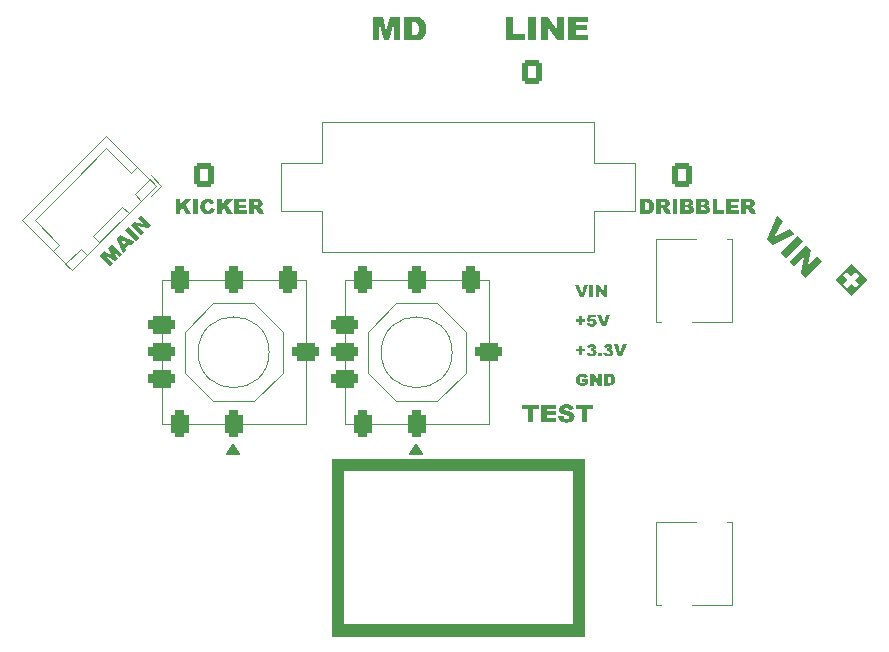
<source format=gbr>
%TF.GenerationSoftware,KiCad,Pcbnew,8.0.3*%
%TF.CreationDate,2024-11-12T17:49:29+09:00*%
%TF.ProjectId,Power-20240325,506f7765-722d-4323-9032-34303332352e,rev?*%
%TF.SameCoordinates,Original*%
%TF.FileFunction,Legend,Top*%
%TF.FilePolarity,Positive*%
%FSLAX46Y46*%
G04 Gerber Fmt 4.6, Leading zero omitted, Abs format (unit mm)*
G04 Created by KiCad (PCBNEW 8.0.3) date 2024-11-12 17:49:29*
%MOMM*%
%LPD*%
G01*
G04 APERTURE LIST*
G04 Aperture macros list*
%AMRoundRect*
0 Rectangle with rounded corners*
0 $1 Rounding radius*
0 $2 $3 $4 $5 $6 $7 $8 $9 X,Y pos of 4 corners*
0 Add a 4 corners polygon primitive as box body*
4,1,4,$2,$3,$4,$5,$6,$7,$8,$9,$2,$3,0*
0 Add four circle primitives for the rounded corners*
1,1,$1+$1,$2,$3*
1,1,$1+$1,$4,$5*
1,1,$1+$1,$6,$7*
1,1,$1+$1,$8,$9*
0 Add four rect primitives between the rounded corners*
20,1,$1+$1,$2,$3,$4,$5,0*
20,1,$1+$1,$4,$5,$6,$7,0*
20,1,$1+$1,$6,$7,$8,$9,0*
20,1,$1+$1,$8,$9,$2,$3,0*%
%AMHorizOval*
0 Thick line with rounded ends*
0 $1 width*
0 $2 $3 position (X,Y) of the first rounded end (center of the circle)*
0 $4 $5 position (X,Y) of the second rounded end (center of the circle)*
0 Add line between two ends*
20,1,$1,$2,$3,$4,$5,0*
0 Add two circle primitives to create the rounded ends*
1,1,$1,$2,$3*
1,1,$1,$4,$5*%
G04 Aperture macros list end*
%ADD10C,0.150000*%
%ADD11C,0.250000*%
%ADD12C,0.120000*%
%ADD13C,0.775000*%
%ADD14C,1.825000*%
%ADD15C,3.200000*%
%ADD16C,4.000000*%
%ADD17RoundRect,0.381000X-0.381000X0.762000X-0.381000X-0.762000X0.381000X-0.762000X0.381000X0.762000X0*%
%ADD18RoundRect,0.381000X0.762000X0.381000X-0.762000X0.381000X-0.762000X-0.381000X0.762000X-0.381000X0*%
%ADD19C,2.300000*%
%ADD20C,1.500000*%
%ADD21C,2.600000*%
%ADD22RoundRect,0.250000X-0.088388X0.936916X-0.936916X0.088388X0.088388X-0.936916X0.936916X-0.088388X0*%
%ADD23HorizOval,1.700000X-0.088388X0.088388X0.088388X-0.088388X0*%
%ADD24R,2.000000X2.000000*%
%ADD25C,2.000000*%
%ADD26C,3.400000*%
%ADD27RoundRect,0.250000X-0.600000X-0.750000X0.600000X-0.750000X0.600000X0.750000X-0.600000X0.750000X0*%
%ADD28O,1.700000X2.000000*%
G04 APERTURE END LIST*
D10*
X-18556351Y-42326514D02*
X-19556350Y-42326515D01*
X-19056350Y-41576515D01*
X-18556351Y-42326514D01*
G36*
X-18556351Y-42326514D02*
G01*
X-19556350Y-42326515D01*
X-19056350Y-41576515D01*
X-18556351Y-42326514D01*
G37*
X-3056350Y-42326516D02*
X-4056350Y-42326516D01*
X-3556350Y-41576515D01*
X-3056350Y-42326516D01*
G36*
X-3056350Y-42326516D02*
G01*
X-4056350Y-42326516D01*
X-3556350Y-41576515D01*
X-3056350Y-42326516D01*
G37*
D11*
G36*
X9923418Y-28064582D02*
G01*
X10248994Y-28064582D01*
X10475651Y-28784610D01*
X10698889Y-28064582D01*
X11014939Y-28064582D01*
X10641248Y-29065001D01*
X10303948Y-29065001D01*
X9923418Y-28064582D01*
G37*
G36*
X11123871Y-28064582D02*
G01*
X11435525Y-28064582D01*
X11435525Y-29065001D01*
X11123871Y-29065001D01*
X11123871Y-28064582D01*
G37*
G36*
X11657542Y-28064582D02*
G01*
X11948191Y-28064582D01*
X12327500Y-28628294D01*
X12327500Y-28064582D01*
X12620592Y-28064582D01*
X12620592Y-29065001D01*
X12327500Y-29065001D01*
X11950145Y-28504219D01*
X11950145Y-29065001D01*
X11657542Y-29065001D01*
X11657542Y-28064582D01*
G37*
D10*
G36*
X-23908147Y-20768226D02*
G01*
X-23519190Y-20768226D01*
X-23519190Y-21240836D01*
X-23111304Y-20768226D01*
X-22594425Y-20768226D01*
X-23052991Y-21239920D01*
X-22573970Y-22018750D01*
X-23052991Y-22018750D01*
X-23318300Y-21504313D01*
X-23519190Y-21713446D01*
X-23519190Y-22018750D01*
X-23908147Y-22018750D01*
X-23908147Y-20768226D01*
G37*
G36*
X-22437499Y-20768226D02*
G01*
X-22047932Y-20768226D01*
X-22047932Y-22018750D01*
X-22437499Y-22018750D01*
X-22437499Y-20768226D01*
G37*
G36*
X-20934795Y-21510724D02*
G01*
X-20594076Y-21609337D01*
X-20610936Y-21669212D01*
X-20634854Y-21732167D01*
X-20663734Y-21789283D01*
X-20697575Y-21840559D01*
X-20702154Y-21846558D01*
X-20746539Y-21896297D01*
X-20796575Y-21938693D01*
X-20852262Y-21973748D01*
X-20885641Y-21990051D01*
X-20944031Y-22011155D01*
X-21009900Y-22026229D01*
X-21073671Y-22034473D01*
X-21143170Y-22038100D01*
X-21164078Y-22038289D01*
X-21226358Y-22036850D01*
X-21296254Y-22031326D01*
X-21360868Y-22021659D01*
X-21429578Y-22005144D01*
X-21491099Y-21982991D01*
X-21499301Y-21979365D01*
X-21554508Y-21949172D01*
X-21606325Y-21910418D01*
X-21654752Y-21863103D01*
X-21693564Y-21815733D01*
X-21724005Y-21771454D01*
X-21756065Y-21712664D01*
X-21781493Y-21648035D01*
X-21800287Y-21577567D01*
X-21810881Y-21514383D01*
X-21816870Y-21447145D01*
X-21818344Y-21390435D01*
X-21815749Y-21315354D01*
X-21807963Y-21244748D01*
X-21794988Y-21178616D01*
X-21776822Y-21116959D01*
X-21753467Y-21059777D01*
X-21716973Y-20994591D01*
X-21672370Y-20936397D01*
X-21652259Y-20915077D01*
X-21596988Y-20867142D01*
X-21534979Y-20827332D01*
X-21466232Y-20795646D01*
X-21406383Y-20776148D01*
X-21342222Y-20761848D01*
X-21273748Y-20752749D01*
X-21200961Y-20748849D01*
X-21182091Y-20748687D01*
X-21110258Y-20751042D01*
X-21043405Y-20758108D01*
X-20981530Y-20769885D01*
X-20913853Y-20790235D01*
X-20853345Y-20817369D01*
X-20808400Y-20845163D01*
X-20759795Y-20884980D01*
X-20716107Y-20932074D01*
X-20677335Y-20986445D01*
X-20643478Y-21048094D01*
X-20619020Y-21105027D01*
X-20605983Y-21141612D01*
X-20949450Y-21217633D01*
X-20971486Y-21160600D01*
X-20987307Y-21133980D01*
X-21031266Y-21088622D01*
X-21067297Y-21065897D01*
X-21127112Y-21045759D01*
X-21172627Y-21041778D01*
X-21234870Y-21048285D01*
X-21295680Y-21071160D01*
X-21346733Y-21110506D01*
X-21375348Y-21145887D01*
X-21403362Y-21202779D01*
X-21419704Y-21268717D01*
X-21426603Y-21329652D01*
X-21428471Y-21388603D01*
X-21426239Y-21460792D01*
X-21419541Y-21523943D01*
X-21406084Y-21586197D01*
X-21379851Y-21648163D01*
X-21364968Y-21669177D01*
X-21315213Y-21712458D01*
X-21253264Y-21737774D01*
X-21186365Y-21745198D01*
X-21121864Y-21739354D01*
X-21063241Y-21719427D01*
X-21017532Y-21685358D01*
X-20979136Y-21632607D01*
X-20953895Y-21576973D01*
X-20936429Y-21517827D01*
X-20934795Y-21510724D01*
G37*
G36*
X-20410589Y-20768226D02*
G01*
X-20021632Y-20768226D01*
X-20021632Y-21240836D01*
X-19613747Y-20768226D01*
X-19096868Y-20768226D01*
X-19555434Y-21239920D01*
X-19076412Y-22018750D01*
X-19555434Y-22018750D01*
X-19820743Y-21504313D01*
X-20021632Y-21713446D01*
X-20021632Y-22018750D01*
X-20410589Y-22018750D01*
X-20410589Y-20768226D01*
G37*
G36*
X-18956428Y-20768226D02*
G01*
X-17914122Y-20768226D01*
X-17914122Y-21061318D01*
X-18566556Y-21061318D01*
X-18566556Y-21237172D01*
X-17961139Y-21237172D01*
X-17961139Y-21491185D01*
X-18566556Y-21491185D01*
X-18566556Y-21725658D01*
X-17895193Y-21725658D01*
X-17895193Y-22018750D01*
X-18956428Y-22018750D01*
X-18956428Y-20768226D01*
G37*
G36*
X-16974759Y-20769310D02*
G01*
X-16906882Y-20773315D01*
X-16839291Y-20781506D01*
X-16775978Y-20795328D01*
X-16763738Y-20799062D01*
X-16702616Y-20826293D01*
X-16650224Y-20866006D01*
X-16610170Y-20912940D01*
X-16579258Y-20968390D01*
X-16559795Y-21030935D01*
X-16552067Y-21093293D01*
X-16551552Y-21115356D01*
X-16555935Y-21177621D01*
X-16570880Y-21239639D01*
X-16596432Y-21294875D01*
X-16634585Y-21347439D01*
X-16682184Y-21392019D01*
X-16719164Y-21417301D01*
X-16778164Y-21444626D01*
X-16839702Y-21463006D01*
X-16855634Y-21466761D01*
X-16795490Y-21490193D01*
X-16754274Y-21513472D01*
X-16711398Y-21557207D01*
X-16692297Y-21580639D01*
X-16654870Y-21630656D01*
X-16637648Y-21659407D01*
X-16449581Y-22018750D01*
X-16889218Y-22018750D01*
X-17096824Y-21636204D01*
X-17129858Y-21581223D01*
X-17167349Y-21539728D01*
X-17224307Y-21514803D01*
X-17262604Y-21510724D01*
X-17297103Y-21510724D01*
X-17297103Y-22018750D01*
X-17687587Y-22018750D01*
X-17687587Y-21276251D01*
X-17297103Y-21276251D01*
X-17133155Y-21276251D01*
X-17068984Y-21267419D01*
X-17029963Y-21259154D01*
X-16974748Y-21229321D01*
X-16966765Y-21220075D01*
X-16943199Y-21162433D01*
X-16942341Y-21147413D01*
X-16956010Y-21085531D01*
X-16981114Y-21054601D01*
X-17041201Y-21029350D01*
X-17106753Y-21022523D01*
X-17126133Y-21022239D01*
X-17297103Y-21022239D01*
X-17297103Y-21276251D01*
X-17687587Y-21276251D01*
X-17687587Y-20768226D01*
X-17039427Y-20768226D01*
X-16974759Y-20769310D01*
G37*
G36*
X16067983Y-20769847D02*
G01*
X16134163Y-20775835D01*
X16202140Y-20788080D01*
X16261951Y-20806088D01*
X16282275Y-20814327D01*
X16338625Y-20843422D01*
X16389179Y-20878845D01*
X16433937Y-20920595D01*
X16456298Y-20946523D01*
X16491943Y-20997198D01*
X16521599Y-21052365D01*
X16545266Y-21112023D01*
X16555827Y-21147108D01*
X16570733Y-21212423D01*
X16580760Y-21279911D01*
X16585578Y-21341726D01*
X16586662Y-21389214D01*
X16585042Y-21461266D01*
X16580180Y-21526987D01*
X16570410Y-21595656D01*
X16556229Y-21655707D01*
X16540562Y-21700318D01*
X16511976Y-21759512D01*
X16477739Y-21813104D01*
X16437852Y-21861092D01*
X16413250Y-21885332D01*
X16361110Y-21927031D01*
X16306585Y-21959010D01*
X16249674Y-21981270D01*
X16238006Y-21984556D01*
X16175552Y-21999515D01*
X16108895Y-22011236D01*
X16046055Y-22017547D01*
X16006280Y-22018750D01*
X15428341Y-22018750D01*
X15428341Y-21725658D01*
X15817297Y-21725658D01*
X15912552Y-21725658D01*
X15975519Y-21723605D01*
X16037393Y-21715521D01*
X16085965Y-21699707D01*
X16134410Y-21660867D01*
X16166565Y-21608422D01*
X16184425Y-21548086D01*
X16193012Y-21480490D01*
X16195759Y-21415078D01*
X16195874Y-21397151D01*
X16193577Y-21328973D01*
X16185091Y-21260285D01*
X16167736Y-21196095D01*
X16138451Y-21142128D01*
X16130539Y-21132759D01*
X16081488Y-21095085D01*
X16022964Y-21073108D01*
X15959509Y-21063062D01*
X15914384Y-21061318D01*
X15817297Y-21061318D01*
X15817297Y-21725658D01*
X15428341Y-21725658D01*
X15428341Y-20768226D01*
X16006280Y-20768226D01*
X16067983Y-20769847D01*
G37*
G36*
X17501601Y-20769310D02*
G01*
X17569478Y-20773315D01*
X17637069Y-20781506D01*
X17700382Y-20795328D01*
X17712622Y-20799062D01*
X17773744Y-20826293D01*
X17826136Y-20866006D01*
X17866190Y-20912940D01*
X17897102Y-20968390D01*
X17916565Y-21030935D01*
X17924293Y-21093293D01*
X17924808Y-21115356D01*
X17920425Y-21177621D01*
X17905480Y-21239639D01*
X17879928Y-21294875D01*
X17841775Y-21347439D01*
X17794176Y-21392019D01*
X17757196Y-21417301D01*
X17698196Y-21444626D01*
X17636658Y-21463006D01*
X17620726Y-21466761D01*
X17680870Y-21490193D01*
X17722086Y-21513472D01*
X17764962Y-21557207D01*
X17784063Y-21580639D01*
X17821490Y-21630656D01*
X17838712Y-21659407D01*
X18026779Y-22018750D01*
X17587142Y-22018750D01*
X17379536Y-21636204D01*
X17346502Y-21581223D01*
X17309011Y-21539728D01*
X17252052Y-21514803D01*
X17213756Y-21510724D01*
X17179257Y-21510724D01*
X17179257Y-22018750D01*
X16788773Y-22018750D01*
X16788773Y-21276251D01*
X17179257Y-21276251D01*
X17343205Y-21276251D01*
X17407376Y-21267419D01*
X17446397Y-21259154D01*
X17501612Y-21229321D01*
X17509595Y-21220075D01*
X17533161Y-21162433D01*
X17534019Y-21147413D01*
X17520350Y-21085531D01*
X17495246Y-21054601D01*
X17435159Y-21029350D01*
X17369607Y-21022523D01*
X17350227Y-21022239D01*
X17179257Y-21022239D01*
X17179257Y-21276251D01*
X16788773Y-21276251D01*
X16788773Y-20768226D01*
X17436933Y-20768226D01*
X17501601Y-20769310D01*
G37*
G36*
X18159586Y-20768226D02*
G01*
X18549154Y-20768226D01*
X18549154Y-22018750D01*
X18159586Y-22018750D01*
X18159586Y-20768226D01*
G37*
G36*
X19618559Y-20771253D02*
G01*
X19687183Y-20782435D01*
X19747713Y-20801857D01*
X19806981Y-20834143D01*
X19832650Y-20854322D01*
X19875259Y-20899926D01*
X19908642Y-20957344D01*
X19926618Y-21021235D01*
X19930042Y-21067424D01*
X19923244Y-21131066D01*
X19902851Y-21188806D01*
X19868862Y-21240642D01*
X19860433Y-21250300D01*
X19811646Y-21290614D01*
X19756806Y-21318749D01*
X19724878Y-21330595D01*
X19788305Y-21350383D01*
X19848894Y-21379806D01*
X19898085Y-21416811D01*
X19924546Y-21445695D01*
X19958356Y-21500757D01*
X19979644Y-21564048D01*
X19988097Y-21628045D01*
X19988660Y-21650859D01*
X19983285Y-21717534D01*
X19967159Y-21779446D01*
X19943170Y-21831598D01*
X19907927Y-21882833D01*
X19864747Y-21926130D01*
X19818606Y-21958605D01*
X19761809Y-21982527D01*
X19700529Y-21996544D01*
X19670839Y-22001042D01*
X19603973Y-22009602D01*
X19541204Y-22016259D01*
X19496511Y-22018750D01*
X18825148Y-22018750D01*
X18825148Y-21725658D01*
X19217463Y-21725658D01*
X19415911Y-21725658D01*
X19477968Y-21721473D01*
X19536705Y-21704042D01*
X19557571Y-21690243D01*
X19591985Y-21639322D01*
X19598787Y-21594683D01*
X19582807Y-21533813D01*
X19557877Y-21505534D01*
X19501853Y-21480118D01*
X19439600Y-21472175D01*
X19414995Y-21471646D01*
X19217463Y-21471646D01*
X19217463Y-21725658D01*
X18825148Y-21725658D01*
X18825148Y-21237172D01*
X19217463Y-21237172D01*
X19386601Y-21237172D01*
X19451403Y-21232537D01*
X19511016Y-21210813D01*
X19513302Y-21209084D01*
X19546197Y-21155336D01*
X19549023Y-21127263D01*
X19530570Y-21067364D01*
X19513302Y-21050021D01*
X19456502Y-21027556D01*
X19394812Y-21022266D01*
X19389349Y-21022239D01*
X19217463Y-21022239D01*
X19217463Y-21237172D01*
X18825148Y-21237172D01*
X18825148Y-20768226D01*
X19553297Y-20768226D01*
X19618559Y-20771253D01*
G37*
G36*
X20978992Y-20771253D02*
G01*
X21047616Y-20782435D01*
X21108146Y-20801857D01*
X21167413Y-20834143D01*
X21193083Y-20854322D01*
X21235691Y-20899926D01*
X21269075Y-20957344D01*
X21287050Y-21021235D01*
X21290474Y-21067424D01*
X21283677Y-21131066D01*
X21263283Y-21188806D01*
X21229294Y-21240642D01*
X21220865Y-21250300D01*
X21172079Y-21290614D01*
X21117238Y-21318749D01*
X21085310Y-21330595D01*
X21148737Y-21350383D01*
X21209327Y-21379806D01*
X21258518Y-21416811D01*
X21284979Y-21445695D01*
X21318789Y-21500757D01*
X21340077Y-21564048D01*
X21348529Y-21628045D01*
X21349093Y-21650859D01*
X21343717Y-21717534D01*
X21327591Y-21779446D01*
X21303602Y-21831598D01*
X21268360Y-21882833D01*
X21225180Y-21926130D01*
X21179039Y-21958605D01*
X21122241Y-21982527D01*
X21060961Y-21996544D01*
X21031272Y-22001042D01*
X20964406Y-22009602D01*
X20901637Y-22016259D01*
X20856943Y-22018750D01*
X20185581Y-22018750D01*
X20185581Y-21725658D01*
X20577896Y-21725658D01*
X20776343Y-21725658D01*
X20838400Y-21721473D01*
X20897138Y-21704042D01*
X20918004Y-21690243D01*
X20952418Y-21639322D01*
X20959220Y-21594683D01*
X20943239Y-21533813D01*
X20918309Y-21505534D01*
X20862286Y-21480118D01*
X20800033Y-21472175D01*
X20775427Y-21471646D01*
X20577896Y-21471646D01*
X20577896Y-21725658D01*
X20185581Y-21725658D01*
X20185581Y-21237172D01*
X20577896Y-21237172D01*
X20747034Y-21237172D01*
X20811836Y-21232537D01*
X20871449Y-21210813D01*
X20873735Y-21209084D01*
X20906630Y-21155336D01*
X20909456Y-21127263D01*
X20891002Y-21067364D01*
X20873735Y-21050021D01*
X20816934Y-21027556D01*
X20755245Y-21022266D01*
X20749782Y-21022239D01*
X20577896Y-21022239D01*
X20577896Y-21237172D01*
X20185581Y-21237172D01*
X20185581Y-20768226D01*
X20913730Y-20768226D01*
X20978992Y-20771253D01*
G37*
G36*
X21545098Y-20768226D02*
G01*
X21934054Y-20768226D01*
X21934054Y-21706119D01*
X22540998Y-21706119D01*
X22540998Y-22018750D01*
X21545098Y-22018750D01*
X21545098Y-20768226D01*
G37*
G36*
X22710441Y-20768226D02*
G01*
X23752748Y-20768226D01*
X23752748Y-21061318D01*
X23100314Y-21061318D01*
X23100314Y-21237172D01*
X23705731Y-21237172D01*
X23705731Y-21491185D01*
X23100314Y-21491185D01*
X23100314Y-21725658D01*
X23771676Y-21725658D01*
X23771676Y-22018750D01*
X22710441Y-22018750D01*
X22710441Y-20768226D01*
G37*
G36*
X24692111Y-20769310D02*
G01*
X24759987Y-20773315D01*
X24827579Y-20781506D01*
X24890892Y-20795328D01*
X24903131Y-20799062D01*
X24964254Y-20826293D01*
X25016646Y-20866006D01*
X25056699Y-20912940D01*
X25087611Y-20968390D01*
X25107074Y-21030935D01*
X25114802Y-21093293D01*
X25115317Y-21115356D01*
X25110935Y-21177621D01*
X25095989Y-21239639D01*
X25070438Y-21294875D01*
X25032284Y-21347439D01*
X24984686Y-21392019D01*
X24947706Y-21417301D01*
X24888706Y-21444626D01*
X24827168Y-21463006D01*
X24811235Y-21466761D01*
X24871380Y-21490193D01*
X24912596Y-21513472D01*
X24955472Y-21557207D01*
X24974572Y-21580639D01*
X25012000Y-21630656D01*
X25029222Y-21659407D01*
X25217289Y-22018750D01*
X24777652Y-22018750D01*
X24570045Y-21636204D01*
X24537012Y-21581223D01*
X24499520Y-21539728D01*
X24442562Y-21514803D01*
X24404265Y-21510724D01*
X24369766Y-21510724D01*
X24369766Y-22018750D01*
X23979283Y-22018750D01*
X23979283Y-21276251D01*
X24369766Y-21276251D01*
X24533714Y-21276251D01*
X24597886Y-21267419D01*
X24636907Y-21259154D01*
X24692122Y-21229321D01*
X24700105Y-21220075D01*
X24723670Y-21162433D01*
X24724529Y-21147413D01*
X24710860Y-21085531D01*
X24685755Y-21054601D01*
X24625668Y-21029350D01*
X24560116Y-21022523D01*
X24540736Y-21022239D01*
X24369766Y-21022239D01*
X24369766Y-21276251D01*
X23979283Y-21276251D01*
X23979283Y-20768226D01*
X24627442Y-20768226D01*
X24692111Y-20769310D01*
G37*
D11*
G36*
X5437794Y-38171872D02*
G01*
X6856722Y-38171872D01*
X6856722Y-38523582D01*
X6380815Y-38523582D01*
X6380815Y-39672501D01*
X5914067Y-39672501D01*
X5914067Y-38523582D01*
X5437794Y-38523582D01*
X5437794Y-38171872D01*
G37*
G36*
X7058223Y-38171872D02*
G01*
X8308990Y-38171872D01*
X8308990Y-38523582D01*
X7526070Y-38523582D01*
X7526070Y-38734608D01*
X8252570Y-38734608D01*
X8252570Y-39039423D01*
X7526070Y-39039423D01*
X7526070Y-39320791D01*
X8331705Y-39320791D01*
X8331705Y-39672501D01*
X7058223Y-39672501D01*
X7058223Y-38171872D01*
G37*
G36*
X8493272Y-39162155D02*
G01*
X8937305Y-39133212D01*
X8952246Y-39209822D01*
X8980356Y-39280318D01*
X8995923Y-39304304D01*
X9052859Y-39358328D01*
X9124427Y-39389926D01*
X9202186Y-39399193D01*
X9275832Y-39391574D01*
X9345556Y-39361280D01*
X9356059Y-39353031D01*
X9401333Y-39292918D01*
X9410281Y-39245686D01*
X9388034Y-39175076D01*
X9358624Y-39142371D01*
X9294457Y-39106009D01*
X9223682Y-39081827D01*
X9142669Y-39061013D01*
X9119755Y-39055909D01*
X9045749Y-39038255D01*
X8960970Y-39014191D01*
X8884778Y-38987909D01*
X8817172Y-38959408D01*
X8747380Y-38922279D01*
X8681583Y-38874925D01*
X8630192Y-38822417D01*
X8586915Y-38755109D01*
X8560124Y-38680016D01*
X8549820Y-38597138D01*
X8549692Y-38586230D01*
X8557657Y-38508405D01*
X8581554Y-38433610D01*
X8617103Y-38368244D01*
X8665889Y-38308423D01*
X8727985Y-38257190D01*
X8795251Y-38218421D01*
X8820069Y-38207043D01*
X8894120Y-38181398D01*
X8969208Y-38164969D01*
X9053903Y-38154150D01*
X9134146Y-38149341D01*
X9191562Y-38148425D01*
X9278751Y-38151019D01*
X9359195Y-38158801D01*
X9432895Y-38171770D01*
X9512434Y-38194181D01*
X9582260Y-38224063D01*
X9633031Y-38254671D01*
X9693658Y-38307149D01*
X9742505Y-38371618D01*
X9779571Y-38448079D01*
X9801965Y-38523161D01*
X9814015Y-38592459D01*
X9374011Y-38617371D01*
X9353374Y-38546423D01*
X9310544Y-38483340D01*
X9300372Y-38474489D01*
X9233602Y-38440967D01*
X9157597Y-38429967D01*
X9145400Y-38429793D01*
X9070254Y-38439409D01*
X9022668Y-38463865D01*
X8983599Y-38526047D01*
X8981635Y-38546663D01*
X9015707Y-38610777D01*
X9086764Y-38644161D01*
X9164516Y-38663781D01*
X9172145Y-38665365D01*
X9245910Y-38681611D01*
X9330485Y-38702015D01*
X9406581Y-38722527D01*
X9486703Y-38747282D01*
X9564746Y-38776358D01*
X9610316Y-38797256D01*
X9679179Y-38837313D01*
X9742234Y-38887803D01*
X9791121Y-38944589D01*
X9803024Y-38962853D01*
X9837440Y-39033630D01*
X9857571Y-39109948D01*
X9863474Y-39184137D01*
X9857098Y-39263181D01*
X9837972Y-39338748D01*
X9806094Y-39410838D01*
X9782874Y-39449385D01*
X9732671Y-39512960D01*
X9672325Y-39567262D01*
X9610169Y-39607746D01*
X9558293Y-39633300D01*
X9481585Y-39660708D01*
X9406727Y-39678267D01*
X9324647Y-39689830D01*
X9248543Y-39694969D01*
X9194859Y-39695948D01*
X9102209Y-39693595D01*
X9016966Y-39686537D01*
X8939131Y-39674773D01*
X8852254Y-39653451D01*
X8776951Y-39624777D01*
X8701865Y-39580663D01*
X8661066Y-39545372D01*
X8609959Y-39485909D01*
X8567918Y-39420728D01*
X8534946Y-39349828D01*
X8511040Y-39273209D01*
X8496203Y-39190872D01*
X8493272Y-39162155D01*
G37*
G36*
X9983641Y-38171872D02*
G01*
X11402570Y-38171872D01*
X11402570Y-38523582D01*
X10926663Y-38523582D01*
X10926663Y-39672501D01*
X10459915Y-39672501D01*
X10459915Y-38523582D01*
X9983641Y-38523582D01*
X9983641Y-38171872D01*
G37*
G36*
X10529384Y-36236738D02*
G01*
X10529384Y-36002265D01*
X11010054Y-36002265D01*
X11010054Y-36408197D01*
X10967705Y-36437928D01*
X10918933Y-36469481D01*
X10872393Y-36496535D01*
X10828086Y-36519089D01*
X10779216Y-36539716D01*
X10765811Y-36544484D01*
X10717531Y-36558569D01*
X10665440Y-36569195D01*
X10609539Y-36576361D01*
X10558592Y-36579750D01*
X10513997Y-36580632D01*
X10459590Y-36579153D01*
X10408415Y-36574717D01*
X10351270Y-36565489D01*
X10298780Y-36552002D01*
X10250944Y-36534256D01*
X10221638Y-36520060D01*
X10174690Y-36490731D01*
X10132580Y-36455746D01*
X10095309Y-36415104D01*
X10062877Y-36368805D01*
X10046516Y-36339809D01*
X10025433Y-36293601D01*
X10008712Y-36244920D01*
X9996353Y-36193767D01*
X9988356Y-36140140D01*
X9984721Y-36084041D01*
X9984479Y-36064791D01*
X9986136Y-36014773D01*
X9992502Y-35957505D01*
X10003642Y-35903243D01*
X10019556Y-35851987D01*
X10040244Y-35803735D01*
X10052378Y-35780737D01*
X10080147Y-35737451D01*
X10112347Y-35698270D01*
X10148978Y-35663194D01*
X10190039Y-35632222D01*
X10235532Y-35605354D01*
X10251680Y-35597310D01*
X10299842Y-35578467D01*
X10354783Y-35564252D01*
X10407271Y-35555751D01*
X10464738Y-35550650D01*
X10516432Y-35548997D01*
X10527186Y-35548950D01*
X10577266Y-35549714D01*
X10631945Y-35552644D01*
X10680718Y-35557774D01*
X10730152Y-35566536D01*
X10776802Y-35580213D01*
X10825785Y-35602987D01*
X10869233Y-35632535D01*
X10907148Y-35668856D01*
X10914067Y-35676934D01*
X10942697Y-35716535D01*
X10967038Y-35761701D01*
X10987090Y-35812431D01*
X10996377Y-35843019D01*
X10696202Y-35892844D01*
X10673111Y-35848630D01*
X10635941Y-35813535D01*
X10633188Y-35811756D01*
X10586376Y-35791419D01*
X10537124Y-35783866D01*
X10520347Y-35783423D01*
X10466067Y-35788698D01*
X10418355Y-35804521D01*
X10377212Y-35830893D01*
X10357193Y-35850102D01*
X10327795Y-35893752D01*
X10309740Y-35942868D01*
X10300178Y-35993808D01*
X10296614Y-36043387D01*
X10296377Y-36061128D01*
X10298541Y-36115647D01*
X10306535Y-36171439D01*
X10320419Y-36218817D01*
X10343500Y-36262658D01*
X10357926Y-36280458D01*
X10396373Y-36312218D01*
X10442470Y-36333583D01*
X10496218Y-36344555D01*
X10529384Y-36346159D01*
X10580248Y-36343594D01*
X10628791Y-36335901D01*
X10676394Y-36323117D01*
X10726148Y-36305473D01*
X10737479Y-36300974D01*
X10737479Y-36236738D01*
X10529384Y-36236738D01*
G37*
G36*
X11190550Y-35564582D02*
G01*
X11481199Y-35564582D01*
X11860508Y-36128294D01*
X11860508Y-35564582D01*
X12153599Y-35564582D01*
X12153599Y-36565001D01*
X11860508Y-36565001D01*
X11483153Y-36004219D01*
X11483153Y-36565001D01*
X11190550Y-36565001D01*
X11190550Y-35564582D01*
G37*
G36*
X12869988Y-35565878D02*
G01*
X12922932Y-35570669D01*
X12977315Y-35580465D01*
X13025163Y-35594871D01*
X13041422Y-35601462D01*
X13086502Y-35624739D01*
X13126945Y-35653077D01*
X13162752Y-35686477D01*
X13180641Y-35707220D01*
X13209157Y-35747759D01*
X13232882Y-35791893D01*
X13251815Y-35839620D01*
X13260264Y-35867687D01*
X13272188Y-35919939D01*
X13280210Y-35973930D01*
X13284065Y-36023381D01*
X13284932Y-36061372D01*
X13283636Y-36119014D01*
X13279746Y-36171590D01*
X13271930Y-36226526D01*
X13260585Y-36274566D01*
X13248052Y-36310255D01*
X13225183Y-36357611D01*
X13197794Y-36400484D01*
X13165884Y-36438875D01*
X13146202Y-36458266D01*
X13104490Y-36491626D01*
X13060870Y-36517209D01*
X13015342Y-36535017D01*
X13006007Y-36537645D01*
X12956044Y-36549613D01*
X12902719Y-36558990D01*
X12852446Y-36564039D01*
X12820627Y-36565001D01*
X12358275Y-36565001D01*
X12358275Y-36330527D01*
X12669440Y-36330527D01*
X12745644Y-36330527D01*
X12796018Y-36328885D01*
X12845516Y-36322418D01*
X12884374Y-36309767D01*
X12923130Y-36278695D01*
X12948854Y-36236738D01*
X12963142Y-36188470D01*
X12970012Y-36134393D01*
X12972210Y-36082064D01*
X12972301Y-36067722D01*
X12970464Y-36013180D01*
X12963675Y-35958229D01*
X12949791Y-35906877D01*
X12926363Y-35863703D01*
X12920033Y-35856208D01*
X12880792Y-35826069D01*
X12833974Y-35808487D01*
X12783209Y-35800450D01*
X12747109Y-35799055D01*
X12669440Y-35799055D01*
X12669440Y-36330527D01*
X12358275Y-36330527D01*
X12358275Y-35564582D01*
X12820627Y-35564582D01*
X12869988Y-35565878D01*
G37*
G36*
X10007193Y-33455370D02*
G01*
X10270243Y-33455370D01*
X10270243Y-33189634D01*
X10492259Y-33189634D01*
X10492259Y-33455370D01*
X10756774Y-33455370D01*
X10756774Y-33674212D01*
X10492259Y-33674212D01*
X10492259Y-33939948D01*
X10270243Y-33939948D01*
X10270243Y-33674212D01*
X10007193Y-33674212D01*
X10007193Y-33455370D01*
G37*
G36*
X11173209Y-33361581D02*
G01*
X10908694Y-33317617D01*
X10923196Y-33270946D01*
X10945521Y-33221922D01*
X10973666Y-33178742D01*
X11007631Y-33141406D01*
X11035456Y-33118315D01*
X11080217Y-33091287D01*
X11132434Y-33070898D01*
X11183127Y-33058705D01*
X11239298Y-33051389D01*
X11290292Y-33049018D01*
X11300948Y-33048950D01*
X11359947Y-33050691D01*
X11413605Y-33055915D01*
X11461919Y-33064621D01*
X11512843Y-33079665D01*
X11562532Y-33103554D01*
X11586223Y-33120269D01*
X11624691Y-33158112D01*
X11652169Y-33200564D01*
X11668655Y-33247627D01*
X11674151Y-33299299D01*
X11668225Y-33348564D01*
X11648590Y-33397290D01*
X11638247Y-33413605D01*
X11603267Y-33453183D01*
X11564287Y-33483397D01*
X11530536Y-33503486D01*
X11579197Y-33518245D01*
X11619684Y-33537436D01*
X11659241Y-33568578D01*
X11690290Y-33607293D01*
X11697598Y-33619746D01*
X11716632Y-33667985D01*
X11724762Y-33719559D01*
X11725442Y-33741134D01*
X11721790Y-33790446D01*
X11710836Y-33838636D01*
X11692578Y-33885706D01*
X11679280Y-33911372D01*
X11650244Y-33954166D01*
X11614794Y-33991047D01*
X11572930Y-34022017D01*
X11546900Y-34036668D01*
X11500265Y-34055902D01*
X11446822Y-34069641D01*
X11394474Y-34077154D01*
X11345455Y-34080246D01*
X11319510Y-34080632D01*
X11270071Y-34079507D01*
X11217536Y-34075351D01*
X11164280Y-34066853D01*
X11113015Y-34052511D01*
X11102867Y-34048636D01*
X11055998Y-34025600D01*
X11014615Y-33996792D01*
X10978718Y-33962211D01*
X10972197Y-33954603D01*
X10942606Y-33912752D01*
X10917643Y-33864748D01*
X10899132Y-33816283D01*
X10893795Y-33799020D01*
X11173209Y-33768001D01*
X11188058Y-33814861D01*
X11213864Y-33856339D01*
X11224255Y-33865943D01*
X11269421Y-33887864D01*
X11312671Y-33893054D01*
X11361204Y-33884521D01*
X11403862Y-33856608D01*
X11406216Y-33854219D01*
X11433214Y-33811947D01*
X11443499Y-33762326D01*
X11443830Y-33750416D01*
X11437864Y-33701595D01*
X11416154Y-33657584D01*
X11407682Y-33648078D01*
X11365306Y-33620784D01*
X11313821Y-33611721D01*
X11309985Y-33611686D01*
X11259132Y-33617792D01*
X11219370Y-33627317D01*
X11233781Y-33421176D01*
X11270173Y-33424107D01*
X11320548Y-33416597D01*
X11361764Y-33394065D01*
X11392558Y-33354516D01*
X11398645Y-33322991D01*
X11384387Y-33274665D01*
X11371045Y-33260220D01*
X11326201Y-33239328D01*
X11295574Y-33236529D01*
X11245669Y-33245339D01*
X11214974Y-33264372D01*
X11187860Y-33305553D01*
X11174660Y-33353044D01*
X11173209Y-33361581D01*
G37*
G36*
X11862462Y-33783633D02*
G01*
X12161171Y-33783633D01*
X12161171Y-34065001D01*
X11862462Y-34065001D01*
X11862462Y-33783633D01*
G37*
G36*
X12572232Y-33361581D02*
G01*
X12307717Y-33317617D01*
X12322219Y-33270946D01*
X12344544Y-33221922D01*
X12372689Y-33178742D01*
X12406654Y-33141406D01*
X12434479Y-33118315D01*
X12479240Y-33091287D01*
X12531457Y-33070898D01*
X12582150Y-33058705D01*
X12638321Y-33051389D01*
X12689315Y-33049018D01*
X12699971Y-33048950D01*
X12758970Y-33050691D01*
X12812628Y-33055915D01*
X12860942Y-33064621D01*
X12911867Y-33079665D01*
X12961555Y-33103554D01*
X12985246Y-33120269D01*
X13023714Y-33158112D01*
X13051192Y-33200564D01*
X13067678Y-33247627D01*
X13073174Y-33299299D01*
X13067248Y-33348564D01*
X13047613Y-33397290D01*
X13037270Y-33413605D01*
X13002291Y-33453183D01*
X12963310Y-33483397D01*
X12929559Y-33503486D01*
X12978220Y-33518245D01*
X13018708Y-33537436D01*
X13058264Y-33568578D01*
X13089313Y-33607293D01*
X13096621Y-33619746D01*
X13115655Y-33667985D01*
X13123785Y-33719559D01*
X13124465Y-33741134D01*
X13120813Y-33790446D01*
X13109859Y-33838636D01*
X13091601Y-33885706D01*
X13078303Y-33911372D01*
X13049267Y-33954166D01*
X13013817Y-33991047D01*
X12971953Y-34022017D01*
X12945923Y-34036668D01*
X12899288Y-34055902D01*
X12845845Y-34069641D01*
X12793497Y-34077154D01*
X12744478Y-34080246D01*
X12718533Y-34080632D01*
X12669094Y-34079507D01*
X12616559Y-34075351D01*
X12563303Y-34066853D01*
X12512038Y-34052511D01*
X12501890Y-34048636D01*
X12455021Y-34025600D01*
X12413638Y-33996792D01*
X12377741Y-33962211D01*
X12371220Y-33954603D01*
X12341629Y-33912752D01*
X12316666Y-33864748D01*
X12298155Y-33816283D01*
X12292818Y-33799020D01*
X12572232Y-33768001D01*
X12587081Y-33814861D01*
X12612887Y-33856339D01*
X12623278Y-33865943D01*
X12668444Y-33887864D01*
X12711694Y-33893054D01*
X12760227Y-33884521D01*
X12802885Y-33856608D01*
X12805239Y-33854219D01*
X12832237Y-33811947D01*
X12842522Y-33762326D01*
X12842853Y-33750416D01*
X12836887Y-33701595D01*
X12815177Y-33657584D01*
X12806705Y-33648078D01*
X12764329Y-33620784D01*
X12712844Y-33611721D01*
X12709008Y-33611686D01*
X12658155Y-33617792D01*
X12618393Y-33627317D01*
X12632804Y-33421176D01*
X12669196Y-33424107D01*
X12719571Y-33416597D01*
X12760787Y-33394065D01*
X12791581Y-33354516D01*
X12797668Y-33322991D01*
X12783410Y-33274665D01*
X12770068Y-33260220D01*
X12725224Y-33239328D01*
X12694597Y-33236529D01*
X12644692Y-33245339D01*
X12613997Y-33264372D01*
X12586883Y-33305553D01*
X12573683Y-33353044D01*
X12572232Y-33361581D01*
G37*
G36*
X13179664Y-33064582D02*
G01*
X13505239Y-33064582D01*
X13731897Y-33784610D01*
X13955135Y-33064582D01*
X14271185Y-33064582D01*
X13897493Y-34065001D01*
X13560194Y-34065001D01*
X13179664Y-33064582D01*
G37*
D10*
G36*
X-7209908Y-5329162D02*
G01*
X-6391206Y-5329162D01*
X-6075156Y-6541584D01*
X-5760571Y-5329162D01*
X-4944312Y-5329162D01*
X-4944312Y-7330000D01*
X-5452825Y-7330000D01*
X-5452825Y-5794200D01*
X-5847033Y-7330000D01*
X-6307187Y-7330000D01*
X-6700418Y-5794200D01*
X-6700418Y-7330000D01*
X-7209908Y-7330000D01*
X-7209908Y-5329162D01*
G37*
G36*
X-3529608Y-5331755D02*
G01*
X-3423720Y-5341336D01*
X-3314955Y-5360928D01*
X-3219258Y-5389741D01*
X-3186740Y-5402923D01*
X-3096580Y-5449476D01*
X-3015694Y-5506152D01*
X-2944081Y-5572952D01*
X-2908303Y-5614438D01*
X-2851271Y-5695517D01*
X-2803821Y-5783784D01*
X-2765954Y-5879238D01*
X-2749057Y-5935373D01*
X-2725208Y-6039877D01*
X-2709163Y-6147858D01*
X-2701454Y-6246761D01*
X-2699720Y-6322742D01*
X-2702313Y-6438027D01*
X-2710093Y-6543179D01*
X-2725724Y-6653050D01*
X-2748414Y-6749131D01*
X-2773481Y-6820509D01*
X-2819218Y-6915220D01*
X-2873997Y-7000966D01*
X-2937817Y-7077748D01*
X-2977180Y-7116531D01*
X-3060604Y-7183250D01*
X-3147844Y-7234417D01*
X-3238901Y-7270032D01*
X-3257571Y-7275289D01*
X-3357496Y-7299225D01*
X-3464147Y-7317978D01*
X-3564693Y-7328076D01*
X-3628331Y-7330000D01*
X-4553035Y-7330000D01*
X-4553035Y-6861053D01*
X-3930704Y-6861053D01*
X-3778296Y-6861053D01*
X-3677549Y-6857769D01*
X-3578551Y-6844834D01*
X-3500836Y-6819532D01*
X-3423325Y-6757388D01*
X-3371876Y-6673475D01*
X-3343300Y-6576938D01*
X-3329561Y-6468784D01*
X-3325165Y-6364126D01*
X-3324982Y-6335443D01*
X-3328657Y-6226358D01*
X-3342234Y-6116456D01*
X-3370001Y-6013752D01*
X-3416859Y-5927404D01*
X-3429518Y-5912414D01*
X-3508000Y-5852136D01*
X-3601637Y-5816973D01*
X-3703166Y-5800899D01*
X-3775365Y-5798108D01*
X-3930704Y-5798108D01*
X-3930704Y-6861053D01*
X-4553035Y-6861053D01*
X-4553035Y-5329162D01*
X-3628331Y-5329162D01*
X-3529608Y-5331755D01*
G37*
G36*
X4053244Y-5329162D02*
G01*
X4675575Y-5329162D01*
X4675575Y-6829790D01*
X5646685Y-6829790D01*
X5646685Y-7330000D01*
X4053244Y-7330000D01*
X4053244Y-5329162D01*
G37*
G36*
X5944173Y-5329162D02*
G01*
X6567480Y-5329162D01*
X6567480Y-7330000D01*
X5944173Y-7330000D01*
X5944173Y-5329162D01*
G37*
G36*
X7011514Y-5329162D02*
G01*
X7592812Y-5329162D01*
X8351430Y-6456587D01*
X8351430Y-5329162D01*
X8937613Y-5329162D01*
X8937613Y-7330000D01*
X8351430Y-7330000D01*
X7596720Y-6208436D01*
X7596720Y-7330000D01*
X7011514Y-7330000D01*
X7011514Y-5329162D01*
G37*
G36*
X9337194Y-5329162D02*
G01*
X11004884Y-5329162D01*
X11004884Y-5798108D01*
X9960990Y-5798108D01*
X9960990Y-6079476D01*
X10929658Y-6079476D01*
X10929658Y-6485896D01*
X9960990Y-6485896D01*
X9960990Y-6861053D01*
X11035170Y-6861053D01*
X11035170Y-7330000D01*
X9337194Y-7330000D01*
X9337194Y-5329162D01*
G37*
D11*
G36*
X10007193Y-30955370D02*
G01*
X10270243Y-30955370D01*
X10270243Y-30689634D01*
X10492259Y-30689634D01*
X10492259Y-30955370D01*
X10756774Y-30955370D01*
X10756774Y-31174212D01*
X10492259Y-31174212D01*
X10492259Y-31439948D01*
X10270243Y-31439948D01*
X10270243Y-31174212D01*
X10007193Y-31174212D01*
X10007193Y-30955370D01*
G37*
G36*
X11015183Y-30564582D02*
G01*
X11679524Y-30564582D01*
X11679524Y-30799055D01*
X11229629Y-30799055D01*
X11205449Y-30940472D01*
X11251855Y-30919589D01*
X11297772Y-30904812D01*
X11346025Y-30895474D01*
X11388142Y-30892844D01*
X11442828Y-30896030D01*
X11493495Y-30905587D01*
X11540143Y-30921515D01*
X11589488Y-30948151D01*
X11633362Y-30983458D01*
X11670097Y-31025346D01*
X11697810Y-31071722D01*
X11716500Y-31122585D01*
X11726167Y-31177937D01*
X11727640Y-31211581D01*
X11723795Y-31265387D01*
X11712261Y-31317996D01*
X11693038Y-31369406D01*
X11679035Y-31397450D01*
X11652321Y-31439399D01*
X11616210Y-31480314D01*
X11573685Y-31514583D01*
X11541771Y-31533737D01*
X11494205Y-31554254D01*
X11440410Y-31568908D01*
X11388231Y-31576923D01*
X11331283Y-31580449D01*
X11314137Y-31580632D01*
X11260324Y-31579106D01*
X11210994Y-31574527D01*
X11161439Y-31565859D01*
X11143167Y-31561337D01*
X11096814Y-31545820D01*
X11051974Y-31523758D01*
X11022266Y-31503696D01*
X10985045Y-31470887D01*
X10951813Y-31431857D01*
X10941666Y-31416989D01*
X10918197Y-31373548D01*
X10899610Y-31326436D01*
X10890131Y-31295845D01*
X11173209Y-31268001D01*
X11187467Y-31316033D01*
X11216700Y-31357188D01*
X11221324Y-31361302D01*
X11265615Y-31386077D01*
X11311450Y-31393054D01*
X11361721Y-31384360D01*
X11403084Y-31358278D01*
X11407926Y-31353486D01*
X11433972Y-31311432D01*
X11444688Y-31263552D01*
X11446028Y-31235517D01*
X11441468Y-31185352D01*
X11424321Y-31139163D01*
X11407437Y-31117792D01*
X11365853Y-31090969D01*
X11316873Y-31080751D01*
X11305100Y-31080423D01*
X11255469Y-31087387D01*
X11226698Y-31098252D01*
X11185422Y-31125864D01*
X11164904Y-31144903D01*
X10926768Y-31114128D01*
X11015183Y-30564582D01*
G37*
G36*
X11780641Y-30564582D02*
G01*
X12106216Y-30564582D01*
X12332874Y-31284610D01*
X12556112Y-30564582D01*
X12872162Y-30564582D01*
X12498470Y-31565001D01*
X12161171Y-31565001D01*
X11780641Y-30564582D01*
G37*
D10*
G36*
X27024224Y-22198411D02*
G01*
X27484658Y-22658844D01*
X26786926Y-23997660D01*
X28120906Y-23295093D01*
X28567868Y-23742055D01*
X26624583Y-24628381D01*
X26147570Y-24151368D01*
X27024224Y-22198411D01*
G37*
G36*
X28721922Y-23896109D02*
G01*
X29162667Y-24336854D01*
X27747861Y-25751659D01*
X27307116Y-25310914D01*
X28721922Y-23896109D01*
G37*
G36*
X29476646Y-24650833D02*
G01*
X29887686Y-25061873D01*
X29626900Y-26395507D01*
X30424110Y-25598297D01*
X30838604Y-26012791D01*
X29423798Y-27427596D01*
X29009304Y-27013102D01*
X29268708Y-25686377D01*
X28475643Y-26479442D01*
X28061840Y-26065639D01*
X29476646Y-24650833D01*
G37*
G36*
X34674523Y-27620158D02*
G01*
X33299149Y-28995532D01*
X32298892Y-27995275D01*
X32613162Y-27995275D01*
X32927141Y-28309254D01*
X33302949Y-27933446D01*
X33674957Y-28305454D01*
X33984446Y-27995965D01*
X33612437Y-27623957D01*
X33988245Y-27248149D01*
X33674266Y-26934170D01*
X33298458Y-27309978D01*
X32924378Y-26935897D01*
X32614889Y-27245386D01*
X32988970Y-27619467D01*
X32613162Y-27995275D01*
X32298892Y-27995275D01*
X31924811Y-27621194D01*
X33300185Y-26245820D01*
X34674523Y-27620158D01*
G37*
G36*
X-30319871Y-25564978D02*
G01*
X-29958052Y-25203159D01*
X-29282557Y-25599303D01*
X-29679348Y-24924456D01*
X-29318609Y-24563716D01*
X-28434356Y-25447970D01*
X-28659089Y-25672703D01*
X-29337823Y-24993970D01*
X-28833306Y-25846920D01*
X-29036667Y-26050281D01*
X-29889186Y-25545333D01*
X-29210452Y-26224066D01*
X-29435617Y-26449232D01*
X-30319871Y-25564978D01*
G37*
G36*
X-27386032Y-24399646D02*
G01*
X-27673803Y-24687417D01*
X-27869392Y-24579044D01*
X-28182637Y-24892289D01*
X-28073832Y-25087447D01*
X-28354911Y-25368525D01*
X-28869210Y-24228667D01*
X-28531934Y-24228667D01*
X-28316700Y-24639491D01*
X-28120463Y-24443254D01*
X-28531934Y-24228667D01*
X-28869210Y-24228667D01*
X-28904763Y-24149870D01*
X-28604687Y-23849794D01*
X-27386032Y-24399646D01*
G37*
G36*
X-28176376Y-23421484D02*
G01*
X-27900911Y-23146018D01*
X-27016657Y-24030271D01*
X-27292123Y-24305737D01*
X-28176376Y-23421484D01*
G37*
G36*
X-27704674Y-22949781D02*
G01*
X-27447774Y-22692881D01*
X-26614253Y-22855872D01*
X-27112509Y-22357616D01*
X-26853450Y-22098557D01*
X-25969197Y-22982811D01*
X-26228255Y-23241870D01*
X-27057459Y-23079742D01*
X-26561793Y-23575408D01*
X-26820420Y-23834034D01*
X-27704674Y-22949781D01*
G37*
%TO.C,SW1*%
D12*
X-10700001Y-42750000D02*
X9699999Y-42750000D01*
X9699999Y-43750000D01*
X-10700001Y-43750000D01*
X-10700001Y-42750000D01*
G36*
X-10700001Y-42750000D02*
G01*
X9699999Y-42750000D01*
X9699999Y-43750000D01*
X-10700001Y-43750000D01*
X-10700001Y-42750000D01*
G37*
X-10700001Y-43750000D02*
X-9700001Y-43750000D01*
X-9700001Y-57750000D01*
X-10700001Y-57750000D01*
X-10700001Y-43750000D01*
G36*
X-10700001Y-43750000D02*
G01*
X-9700001Y-43750000D01*
X-9700001Y-57750000D01*
X-10700001Y-57750000D01*
X-10700001Y-43750000D01*
G37*
X-9700001Y-56750000D02*
X10699999Y-56750000D01*
X10699999Y-57750000D01*
X-9700001Y-57750000D01*
X-9700001Y-56750000D01*
G36*
X-9700001Y-56750000D02*
G01*
X10699999Y-56750000D01*
X10699999Y-57750000D01*
X-9700001Y-57750000D01*
X-9700001Y-56750000D01*
G37*
X9699999Y-42750000D02*
X10699999Y-42750000D01*
X10699999Y-56750000D01*
X9699999Y-56750000D01*
X9699999Y-42750000D01*
G36*
X9699999Y-42750000D02*
G01*
X10699999Y-42750000D01*
X10699999Y-56750000D01*
X9699999Y-56750000D01*
X9699999Y-42750000D01*
G37*
%TO.C,U1*%
X-23157460Y-32027924D02*
X-23157460Y-35472076D01*
X-23157460Y-32027924D02*
X-20722077Y-29592541D01*
X-20722077Y-37907459D02*
X-23157460Y-35472076D01*
X-20722077Y-37907459D02*
X-17277925Y-37907459D01*
X-17277925Y-29592541D02*
X-20722077Y-29592541D01*
X-17277925Y-29592541D02*
X-14842542Y-32027924D01*
X-14842542Y-35472076D02*
X-17277925Y-37907459D01*
X-14842542Y-35472076D02*
X-14842542Y-32027924D01*
X-14420001Y-39850000D02*
X-12900001Y-39850000D01*
X-25100001Y-39850000D02*
X-12900001Y-39850000D01*
X-12900001Y-27650000D01*
X-25100001Y-27650000D01*
X-25100001Y-39850000D01*
X-16000001Y-33750000D02*
G75*
G02*
X-22000001Y-33750000I-3000000J0D01*
G01*
X-22000001Y-33750000D02*
G75*
G02*
X-16000001Y-33750000I3000000J0D01*
G01*
%TO.C,U2*%
X-7657460Y-32027924D02*
X-7657460Y-35472076D01*
X-7657460Y-32027924D02*
X-5222077Y-29592541D01*
X-5222077Y-37907459D02*
X-7657460Y-35472076D01*
X-5222077Y-37907459D02*
X-1777925Y-37907459D01*
X-1777925Y-29592541D02*
X-5222077Y-29592541D01*
X-1777925Y-29592541D02*
X657458Y-32027924D01*
X657458Y-35472076D02*
X-1777925Y-37907459D01*
X657458Y-35472076D02*
X657458Y-32027924D01*
X1079999Y-39850000D02*
X2599999Y-39850000D01*
X-9600001Y-39850000D02*
X2599999Y-39850000D01*
X2599999Y-27650000D01*
X-9600001Y-27650000D01*
X-9600001Y-39850000D01*
X-500001Y-33750000D02*
G75*
G02*
X-6500001Y-33750000I-3000000J0D01*
G01*
X-6500001Y-33750000D02*
G75*
G02*
X-500001Y-33750000I3000000J0D01*
G01*
%TO.C,+*%
X-15000000Y-17749999D02*
X-11500000Y-17749999D01*
X-15000000Y-21749999D02*
X-15000000Y-17749999D01*
X-11500000Y-14249999D02*
X11500000Y-14249999D01*
X-11500000Y-17749999D02*
X-11500000Y-14249999D01*
X-11500000Y-21749999D02*
X-15000000Y-21749999D01*
X-11500000Y-25249999D02*
X-11500000Y-21749999D01*
X11500000Y-14249999D02*
X11500000Y-17749999D01*
X11500000Y-17749999D02*
X15000000Y-17749999D01*
X11500000Y-21749999D02*
X11500000Y-25249999D01*
X11500000Y-25249999D02*
X-11500000Y-25249999D01*
X15000000Y-17749999D02*
X15000000Y-21749999D01*
X15000000Y-21749999D02*
X11500000Y-21749999D01*
%TO.C,F1*%
X23200000Y-24150000D02*
X16800000Y-24150000D01*
X16800000Y-31150000D01*
X23200000Y-31150000D01*
X23200000Y-24150000D01*
X23200000Y-48150000D02*
X16800000Y-48150000D01*
X16800000Y-55150000D01*
X23200000Y-55150000D01*
X23200000Y-48150000D01*
%TO.C,MAIN*%
X-36928865Y-22567427D02*
X-32707438Y-26788855D01*
X-35854063Y-22567427D02*
X-32813504Y-19526868D01*
X-34298428Y-25183723D02*
X-33768098Y-24653392D01*
X-33768098Y-24653392D02*
X-35854063Y-22567427D01*
X-33237768Y-26244383D02*
X-32707438Y-26774713D01*
X-32707438Y-26774713D02*
X-31434645Y-25501921D01*
X-32707438Y-26788855D02*
X-25551517Y-19632934D01*
X-31964975Y-24971591D02*
X-33237768Y-26244383D01*
X-31434645Y-25501921D02*
X-31964975Y-24971591D01*
X-30904315Y-23910930D02*
X-30373985Y-24441260D01*
X-30373985Y-24441260D02*
X-27899111Y-21966387D01*
X-29772944Y-15411507D02*
X-36928865Y-22567427D01*
X-29772944Y-16486309D02*
X-32813504Y-19526868D01*
X-28429442Y-21436057D02*
X-30904315Y-23910930D01*
X-27899111Y-21966387D02*
X-28429442Y-21436057D01*
X-27686979Y-18572274D02*
X-29772944Y-16486309D01*
X-27368781Y-20375396D02*
X-26838451Y-20905727D01*
X-27156649Y-18041944D02*
X-27686979Y-18572274D01*
X-26838451Y-20905727D02*
X-25565659Y-19632934D01*
X-26095989Y-19102604D02*
X-27368781Y-20375396D01*
X-26025279Y-20516818D02*
X-25141395Y-19632934D01*
X-25565659Y-19632934D02*
X-26095989Y-19102604D01*
X-25551517Y-19632934D02*
X-29772944Y-15411507D01*
X-25141395Y-19632934D02*
X-26025279Y-18749051D01*
%TD*%
%LPC*%
D13*
X8807499Y-31150001D02*
G75*
G02*
X8032499Y-31150001I-387500J0D01*
G01*
X8032499Y-31150001D02*
G75*
G02*
X8807499Y-31150001I387500J0D01*
G01*
D14*
X14912499Y-50250000D02*
G75*
G02*
X13087499Y-50250000I-912500J0D01*
G01*
X13087499Y-50250000D02*
G75*
G02*
X14912499Y-50250000I912500J0D01*
G01*
D13*
X8807499Y-33650001D02*
G75*
G02*
X8032499Y-33650001I-387500J0D01*
G01*
X8032499Y-33650001D02*
G75*
G02*
X8807499Y-33650001I387500J0D01*
G01*
X8807499Y-28650001D02*
G75*
G02*
X8032499Y-28650001I-387500J0D01*
G01*
X8032499Y-28650001D02*
G75*
G02*
X8807499Y-28650001I387500J0D01*
G01*
D14*
X-14087501Y-50249999D02*
G75*
G02*
X-15912501Y-50249999I-912500J0D01*
G01*
X-15912501Y-50249999D02*
G75*
G02*
X-14087501Y-50249999I912500J0D01*
G01*
D13*
X8807499Y-36150001D02*
G75*
G02*
X8032499Y-36150001I-387500J0D01*
G01*
X8032499Y-36150001D02*
G75*
G02*
X8807499Y-36150001I387500J0D01*
G01*
D15*
%TO.C,REF\u002A\u002A*%
X-38240191Y-28100181D03*
%TD*%
D16*
%TO.C,VIN*%
X33303723Y-24132521D03*
X29061083Y-19889881D03*
%TD*%
D15*
%TO.C,REF\u002A\u002A*%
X38240407Y-28100176D03*
%TD*%
D17*
%TO.C,U1*%
X-19000001Y-39850000D03*
X-23580001Y-39850000D03*
D18*
X-25100001Y-36040000D03*
X-25100001Y-33750000D03*
X-25100001Y-31460000D03*
D17*
X-23580001Y-27650000D03*
X-19000001Y-27650000D03*
X-14420001Y-27650000D03*
D18*
X-12900001Y-33750000D03*
%TD*%
D17*
%TO.C,U2*%
X-3500001Y-39850000D03*
X-8080001Y-39850000D03*
D18*
X-9600001Y-36040000D03*
X-9600001Y-33750000D03*
X-9600001Y-31460000D03*
D17*
X-8080001Y-27650000D03*
X-3500001Y-27650000D03*
X1079999Y-27650000D03*
D18*
X2599999Y-33750000D03*
%TD*%
D15*
%TO.C,REF\u002A\u002A*%
X-30831077Y-36247337D03*
%TD*%
D19*
%TO.C,+*%
X-13000000Y-19749999D03*
X13000000Y-19749999D03*
D20*
X10000000Y-23999999D03*
X8250000Y-23999999D03*
%TD*%
D21*
%TO.C,F1*%
X21500000Y-24400000D03*
X18500000Y-30900000D03*
X21500000Y-48400000D03*
X18500000Y-54900000D03*
%TD*%
D22*
%TO.C,MAIN*%
X-29101193Y-19703645D03*
D23*
X-30868960Y-21471412D03*
X-32636727Y-23239179D03*
%TD*%
D15*
%TO.C,REF\u002A\u002A*%
X30831218Y-36247337D03*
%TD*%
D24*
%TO.C,C5*%
X-31486516Y-48818655D03*
D25*
X-26486516Y-48818655D03*
%TD*%
%TO.C,J6*%
X-10500000Y-6400000D03*
X500000Y-6400000D03*
D26*
X-7500000Y-16400000D03*
X-2500000Y-16400000D03*
%TD*%
D24*
%TO.C,C4*%
X31486656Y-48818655D03*
D25*
X26486656Y-48818655D03*
%TD*%
D27*
%TO.C,J6*%
X19000000Y-18750000D03*
D28*
X21500000Y-18750000D03*
%TD*%
D27*
%TO.C,J3*%
X6250000Y-10025000D03*
D28*
X8750000Y-10025000D03*
%TD*%
D27*
%TO.C,KICKER*%
X-21500001Y-18750000D03*
D28*
X-19000001Y-18750000D03*
%TD*%
%LPD*%
M02*

</source>
